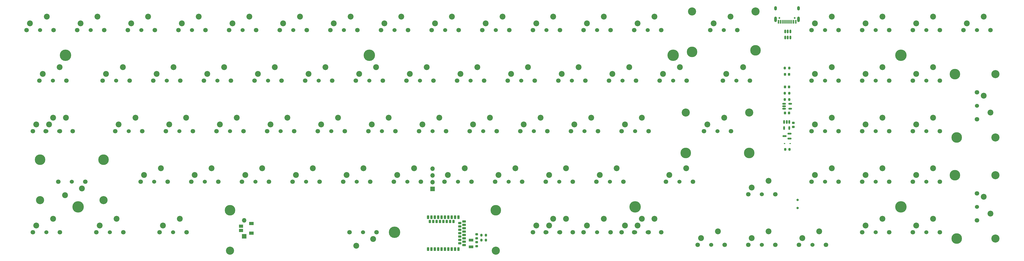
<source format=gbr>
%TF.GenerationSoftware,KiCad,Pcbnew,(6.0.0-rc1-172-gb8b8c0d34c)*%
%TF.CreationDate,2021-12-06T22:24:08-07:00*%
%TF.ProjectId,Z18,5a31382e-6b69-4636-9164-5f7063625858,rev?*%
%TF.SameCoordinates,PX17f2fb4PY122ae10*%
%TF.FileFunction,Soldermask,Top*%
%TF.FilePolarity,Negative*%
%FSLAX46Y46*%
G04 Gerber Fmt 4.6, Leading zero omitted, Abs format (unit mm)*
G04 Created by KiCad (PCBNEW (6.0.0-rc1-172-gb8b8c0d34c)) date 2021-12-06 22:24:08*
%MOMM*%
%LPD*%
G01*
G04 APERTURE LIST*
G04 Aperture macros list*
%AMRoundRect*
0 Rectangle with rounded corners*
0 $1 Rounding radius*
0 $2 $3 $4 $5 $6 $7 $8 $9 X,Y pos of 4 corners*
0 Add a 4 corners polygon primitive as box body*
4,1,4,$2,$3,$4,$5,$6,$7,$8,$9,$2,$3,0*
0 Add four circle primitives for the rounded corners*
1,1,$1+$1,$2,$3*
1,1,$1+$1,$4,$5*
1,1,$1+$1,$6,$7*
1,1,$1+$1,$8,$9*
0 Add four rect primitives between the rounded corners*
20,1,$1+$1,$2,$3,$4,$5,0*
20,1,$1+$1,$4,$5,$6,$7,0*
20,1,$1+$1,$6,$7,$8,$9,0*
20,1,$1+$1,$8,$9,$2,$3,0*%
G04 Aperture macros list end*
%ADD10C,1.700000*%
%ADD11C,1.524000*%
%ADD12C,2.200000*%
%ADD13C,4.300000*%
%ADD14RoundRect,0.200000X0.200000X0.275000X-0.200000X0.275000X-0.200000X-0.275000X0.200000X-0.275000X0*%
%ADD15RoundRect,0.150000X0.150000X-0.512500X0.150000X0.512500X-0.150000X0.512500X-0.150000X-0.512500X0*%
%ADD16RoundRect,0.225000X0.225000X0.250000X-0.225000X0.250000X-0.225000X-0.250000X0.225000X-0.250000X0*%
%ADD17C,3.987800*%
%ADD18C,3.048000*%
%ADD19R,1.800000X1.000000*%
%ADD20RoundRect,0.218750X0.218750X0.256250X-0.218750X0.256250X-0.218750X-0.256250X0.218750X-0.256250X0*%
%ADD21R,1.700000X1.700000*%
%ADD22O,1.700000X1.700000*%
%ADD23RoundRect,0.150000X-0.150000X0.512500X-0.150000X-0.512500X0.150000X-0.512500X0.150000X0.512500X0*%
%ADD24RoundRect,0.150000X-0.512500X-0.150000X0.512500X-0.150000X0.512500X0.150000X-0.512500X0.150000X0*%
%ADD25RoundRect,0.100000X-0.300000X0.600000X-0.300000X-0.600000X0.300000X-0.600000X0.300000X0.600000X0*%
%ADD26RoundRect,0.100000X-0.600000X-0.300000X0.600000X-0.300000X0.600000X0.300000X-0.600000X0.300000X0*%
%ADD27RoundRect,0.100000X-0.500000X-0.300000X0.500000X-0.300000X0.500000X0.300000X-0.500000X0.300000X0*%
%ADD28RoundRect,0.100000X-0.300000X0.500000X-0.300000X-0.500000X0.300000X-0.500000X0.300000X0.500000X0*%
%ADD29R,1.550000X1.200000*%
%ADD30R,1.800000X1.200000*%
%ADD31R,0.600000X0.450000*%
%ADD32RoundRect,0.200000X-0.200000X-0.275000X0.200000X-0.275000X0.200000X0.275000X-0.200000X0.275000X0*%
%ADD33C,0.650000*%
%ADD34R,0.600000X1.450000*%
%ADD35R,0.300000X1.450000*%
%ADD36O,1.000000X2.100000*%
%ADD37O,1.000000X1.600000*%
%ADD38RoundRect,0.225000X-0.250000X0.225000X-0.250000X-0.225000X0.250000X-0.225000X0.250000X0.225000X0*%
%ADD39RoundRect,0.150000X0.587500X0.150000X-0.587500X0.150000X-0.587500X-0.150000X0.587500X-0.150000X0*%
%ADD40RoundRect,0.225000X0.250000X-0.225000X0.250000X0.225000X-0.250000X0.225000X-0.250000X-0.225000X0*%
%ADD41C,0.900000*%
G04 APERTURE END LIST*
D10*
%TO.C,SW65*%
X209867500Y-66675000D03*
X199707500Y-66675000D03*
D11*
X204787500Y-66675000D03*
D12*
X207327500Y-61595000D03*
X200977500Y-64135000D03*
%TD*%
D13*
%TO.C,H11*%
X133350000Y-19050000D03*
%TD*%
D14*
%TO.C,R7*%
X291450000Y-54525000D03*
X289800000Y-54525000D03*
%TD*%
D10*
%TO.C,SW71*%
X347980000Y-66675000D03*
X337820000Y-66675000D03*
D11*
X342900000Y-66675000D03*
D12*
X345440000Y-61595000D03*
X339090000Y-64135000D03*
%TD*%
D11*
%TO.C,SW35*%
X342900000Y-28575000D03*
D10*
X337820000Y-28575000D03*
X347980000Y-28575000D03*
D12*
X345440000Y-23495000D03*
X339090000Y-26035000D03*
%TD*%
D10*
%TO.C,SW22*%
X81280000Y-28575000D03*
D11*
X76200000Y-28575000D03*
D10*
X71120000Y-28575000D03*
D12*
X78740000Y-23495000D03*
X72390000Y-26035000D03*
%TD*%
D14*
%TO.C,R2*%
X177212500Y-88675000D03*
X175562500Y-88675000D03*
%TD*%
%TO.C,R4*%
X291337500Y-35718750D03*
X289687500Y-35718750D03*
%TD*%
D15*
%TO.C,U4*%
X289848222Y-12313500D03*
X290798222Y-12313500D03*
X291748222Y-12313500D03*
X291748222Y-10038500D03*
X290798222Y-10038500D03*
X289848222Y-10038500D03*
%TD*%
D16*
%TO.C,C3*%
X291287500Y-40798750D03*
X289737500Y-40798750D03*
%TD*%
D10*
%TO.C,SW2*%
X33655000Y-9525000D03*
X23495000Y-9525000D03*
D11*
X28575000Y-9525000D03*
D12*
X31115000Y-4445000D03*
X24765000Y-6985000D03*
%TD*%
D10*
%TO.C,SW77*%
X205105000Y-85725000D03*
X194945000Y-85725000D03*
D11*
X200025000Y-85725000D03*
D12*
X202565000Y-80645000D03*
X196215000Y-83185000D03*
%TD*%
D10*
%TO.C,SW10*%
X175895000Y-9525000D03*
X186055000Y-9525000D03*
D11*
X180975000Y-9525000D03*
D12*
X183515000Y-4445000D03*
X177165000Y-6985000D03*
%TD*%
D10*
%TO.C,SW38*%
X6826250Y-47625000D03*
X16986250Y-47625000D03*
D11*
X11906250Y-47625000D03*
D12*
X14446250Y-42545000D03*
X8096250Y-45085000D03*
%TD*%
D10*
%TO.C,SW70*%
X318770000Y-66675000D03*
X328930000Y-66675000D03*
D11*
X323850000Y-66675000D03*
D12*
X326390000Y-61595000D03*
X320040000Y-64135000D03*
%TD*%
D10*
%TO.C,SW61*%
X123507500Y-66675000D03*
D11*
X128587500Y-66675000D03*
D10*
X133667500Y-66675000D03*
D12*
X131127500Y-61595000D03*
X124777500Y-64135000D03*
%TD*%
D17*
%TO.C,SW56*%
X33369250Y-58420000D03*
X9493250Y-58420000D03*
D11*
X21431250Y-66675000D03*
D18*
X33369250Y-73660000D03*
D10*
X16351250Y-66675000D03*
D18*
X9493250Y-73660000D03*
D10*
X26511250Y-66675000D03*
D12*
X18891250Y-71755000D03*
X25241250Y-69215000D03*
%TD*%
D10*
%TO.C,SW66*%
X218757500Y-66675000D03*
D11*
X223837500Y-66675000D03*
D10*
X228917500Y-66675000D03*
D12*
X226377500Y-61595000D03*
X220027500Y-64135000D03*
%TD*%
D10*
%TO.C,SW55*%
X337820000Y-47625000D03*
D11*
X342900000Y-47625000D03*
D10*
X347980000Y-47625000D03*
D12*
X345440000Y-42545000D03*
X339090000Y-45085000D03*
%TD*%
D11*
%TO.C,SW28*%
X190500000Y-28575000D03*
D10*
X185420000Y-28575000D03*
X195580000Y-28575000D03*
D12*
X193040000Y-23495000D03*
X186690000Y-26035000D03*
%TD*%
D10*
%TO.C,SW9*%
X167005000Y-9525000D03*
X156845000Y-9525000D03*
D11*
X161925000Y-9525000D03*
D12*
X164465000Y-4445000D03*
X158115000Y-6985000D03*
%TD*%
D10*
%TO.C,SW45*%
X143192500Y-47625000D03*
D11*
X138112500Y-47625000D03*
D10*
X133032500Y-47625000D03*
D12*
X140652500Y-42545000D03*
X134302500Y-45085000D03*
%TD*%
D10*
%TO.C,SW63*%
X161607500Y-66675000D03*
X171767500Y-66675000D03*
D11*
X166687500Y-66675000D03*
D12*
X169227500Y-61595000D03*
X162877500Y-64135000D03*
%TD*%
D10*
%TO.C,SW29*%
X204470000Y-28575000D03*
X214630000Y-28575000D03*
D11*
X209550000Y-28575000D03*
D12*
X212090000Y-23495000D03*
X205740000Y-26035000D03*
%TD*%
D10*
%TO.C,SW17*%
X337820000Y-9525000D03*
X347980000Y-9525000D03*
D11*
X342900000Y-9525000D03*
D12*
X345440000Y-4445000D03*
X339090000Y-6985000D03*
%TD*%
D11*
%TO.C,SW3*%
X47625000Y-9525000D03*
D10*
X42545000Y-9525000D03*
X52705000Y-9525000D03*
D12*
X50165000Y-4445000D03*
X43815000Y-6985000D03*
%TD*%
D10*
%TO.C,SW69*%
X309880000Y-66675000D03*
X299720000Y-66675000D03*
D11*
X304800000Y-66675000D03*
D12*
X307340000Y-61595000D03*
X300990000Y-64135000D03*
%TD*%
D19*
%TO.C,Y1*%
X171640500Y-88729500D03*
X171640500Y-91229500D03*
%TD*%
D10*
%TO.C,SW11*%
X194945000Y-9525000D03*
D11*
X200025000Y-9525000D03*
D10*
X205105000Y-9525000D03*
D12*
X202565000Y-4445000D03*
X196215000Y-6985000D03*
%TD*%
D20*
%TO.C,D86*%
X291300000Y-26193750D03*
X289725000Y-26193750D03*
%TD*%
D11*
%TO.C,SW47*%
X176212500Y-47625000D03*
D10*
X181292500Y-47625000D03*
X171132500Y-47625000D03*
D12*
X178752500Y-42545000D03*
X172402500Y-45085000D03*
%TD*%
D11*
%TO.C,SW33*%
X304800000Y-28575000D03*
D10*
X299720000Y-28575000D03*
X309880000Y-28575000D03*
D12*
X307340000Y-23495000D03*
X300990000Y-26035000D03*
%TD*%
D21*
%TO.C,J5*%
X157162500Y-69373750D03*
D22*
X157162500Y-66833750D03*
X157162500Y-64293750D03*
X157162500Y-61753750D03*
%TD*%
D21*
%TO.C,J3*%
X86264722Y-87264500D03*
D22*
X86264722Y-81264500D03*
%TD*%
D23*
%TO.C,U3*%
X291343750Y-44143750D03*
X290393750Y-44143750D03*
X289443750Y-44143750D03*
X289443750Y-46418750D03*
X291343750Y-46418750D03*
%TD*%
D10*
%TO.C,SW68*%
X275907500Y-71437500D03*
D11*
X280987500Y-71437500D03*
D10*
X286067500Y-71437500D03*
D12*
X283527500Y-66357500D03*
X277177500Y-68897500D03*
%TD*%
D10*
%TO.C,SW42*%
X86042500Y-47625000D03*
X75882500Y-47625000D03*
D11*
X80962500Y-47625000D03*
D12*
X83502500Y-42545000D03*
X77152500Y-45085000D03*
%TD*%
D24*
%TO.C,U1*%
X289375000Y-37308750D03*
X289375000Y-38258750D03*
X289375000Y-39208750D03*
X291650000Y-39208750D03*
X291650000Y-37308750D03*
%TD*%
D10*
%TO.C,SW84*%
X337820000Y-85725000D03*
X347980000Y-85725000D03*
D11*
X342900000Y-85725000D03*
D12*
X345440000Y-80645000D03*
X339090000Y-83185000D03*
%TD*%
D10*
%TO.C,SW67*%
X255111250Y-66675000D03*
D11*
X250031250Y-66675000D03*
D10*
X244951250Y-66675000D03*
D12*
X252571250Y-61595000D03*
X246221250Y-64135000D03*
%TD*%
D25*
%TO.C,U2*%
X155466222Y-92106000D03*
X156736222Y-92106000D03*
X158006222Y-92106000D03*
X159276222Y-92106000D03*
X160546222Y-92106000D03*
X161816222Y-92106000D03*
X163086222Y-92106000D03*
X164356222Y-92106000D03*
X165626222Y-92106000D03*
X166896222Y-92106000D03*
D26*
X168996222Y-90546000D03*
D27*
X167396222Y-89916000D03*
D26*
X168996222Y-89276000D03*
D27*
X167396222Y-88646000D03*
D26*
X168996222Y-88006000D03*
D27*
X167396222Y-87376000D03*
D26*
X168996222Y-86736000D03*
D27*
X167396222Y-86106000D03*
D26*
X168996222Y-85466000D03*
D27*
X167396222Y-84836000D03*
D26*
X168996222Y-84196000D03*
D27*
X167396222Y-83566000D03*
D26*
X168996222Y-82926000D03*
D27*
X167396222Y-82296000D03*
D26*
X168996222Y-81656000D03*
D25*
X166896222Y-80106000D03*
X165626222Y-80106000D03*
D28*
X164991222Y-81706000D03*
D25*
X164356222Y-80106000D03*
D28*
X163721222Y-81706000D03*
D25*
X163086222Y-80106000D03*
D28*
X162451222Y-81706000D03*
D25*
X161816222Y-80106000D03*
D28*
X161181222Y-81706000D03*
D25*
X160546222Y-80106000D03*
D28*
X159911222Y-81706000D03*
D25*
X159276222Y-80106000D03*
D28*
X158641222Y-81706000D03*
D25*
X158006222Y-80106000D03*
D28*
X157371222Y-81706000D03*
D25*
X156736222Y-80106000D03*
D28*
X156101222Y-81706000D03*
D25*
X155466222Y-80106000D03*
%TD*%
D20*
%TO.C,D83*%
X291300000Y-30956250D03*
X289725000Y-30956250D03*
%TD*%
D13*
%TO.C,H3*%
X142875000Y-85725000D03*
%TD*%
D29*
%TO.C,J2*%
X85083500Y-85064500D03*
X85083500Y-83464500D03*
D30*
X88958500Y-86064500D03*
X88958500Y-82464500D03*
%TD*%
D13*
%TO.C,H5*%
X333375000Y-76200000D03*
%TD*%
D31*
%TO.C,D85*%
X289575000Y-52325000D03*
X291675000Y-52325000D03*
%TD*%
D10*
%TO.C,SW19*%
X9207500Y-28575000D03*
D11*
X14287500Y-28575000D03*
D10*
X19367500Y-28575000D03*
D12*
X16827500Y-23495000D03*
X10477500Y-26035000D03*
%TD*%
D10*
%TO.C,SW18*%
X367030000Y-9525000D03*
X356870000Y-9525000D03*
D11*
X361950000Y-9525000D03*
D12*
X364490000Y-4445000D03*
X358140000Y-6985000D03*
%TD*%
D14*
%TO.C,R9*%
X291337500Y-23812500D03*
X289687500Y-23812500D03*
%TD*%
D11*
%TO.C,SW76*%
X130968750Y-85725000D03*
D18*
X80968750Y-92710000D03*
D10*
X125888750Y-85725000D03*
D18*
X180968750Y-92710000D03*
D17*
X180968750Y-77470000D03*
D10*
X136048750Y-85725000D03*
D17*
X80968750Y-77470000D03*
D12*
X128428750Y-90805000D03*
X134778750Y-88265000D03*
%TD*%
D32*
%TO.C,R3*%
X175562500Y-86875000D03*
X177212500Y-86875000D03*
%TD*%
D33*
%TO.C,J4*%
X293402472Y-4981250D03*
X287622472Y-4981250D03*
D34*
X293762472Y-6426250D03*
X292962472Y-6426250D03*
D35*
X291762472Y-6426250D03*
X290762472Y-6426250D03*
X290262472Y-6426250D03*
X289262472Y-6426250D03*
D34*
X288062472Y-6426250D03*
X287262472Y-6426250D03*
X287262472Y-6426250D03*
X288062472Y-6426250D03*
D35*
X288762472Y-6426250D03*
X289762472Y-6426250D03*
X291262472Y-6426250D03*
X292262472Y-6426250D03*
D34*
X292962472Y-6426250D03*
X293762472Y-6426250D03*
D36*
X286192472Y-5511250D03*
D37*
X286192472Y-1331250D03*
D36*
X294832472Y-5511250D03*
D37*
X294832472Y-1331250D03*
%TD*%
D10*
%TO.C,SW23*%
X90170000Y-28575000D03*
X100330000Y-28575000D03*
D11*
X95250000Y-28575000D03*
D12*
X97790000Y-23495000D03*
X91440000Y-26035000D03*
%TD*%
D10*
%TO.C,SW85*%
X228282500Y-85725000D03*
X238442500Y-85725000D03*
D11*
X233362500Y-85725000D03*
D12*
X235902500Y-80645000D03*
X229552500Y-83185000D03*
%TD*%
D14*
%TO.C,R1*%
X291337500Y-33337500D03*
X289687500Y-33337500D03*
%TD*%
D10*
%TO.C,SW80*%
X267017500Y-90487500D03*
D11*
X261937500Y-90487500D03*
D10*
X256857500Y-90487500D03*
D12*
X264477500Y-85407500D03*
X258127500Y-87947500D03*
%TD*%
D38*
%TO.C,C1*%
X173787500Y-86475000D03*
X173787500Y-88025000D03*
%TD*%
D11*
%TO.C,SW44*%
X119062500Y-47625000D03*
D10*
X124142500Y-47625000D03*
X113982500Y-47625000D03*
D12*
X121602500Y-42545000D03*
X115252500Y-45085000D03*
%TD*%
D11*
%TO.C,SW16*%
X323850000Y-9525000D03*
D10*
X328930000Y-9525000D03*
X318770000Y-9525000D03*
D12*
X326390000Y-4445000D03*
X320040000Y-6985000D03*
%TD*%
D10*
%TO.C,SW43*%
X94932500Y-47625000D03*
D11*
X100012500Y-47625000D03*
D10*
X105092500Y-47625000D03*
D12*
X102552500Y-42545000D03*
X96202500Y-45085000D03*
%TD*%
D13*
%TO.C,H13*%
X233362500Y-76200000D03*
%TD*%
D10*
%TO.C,SW4*%
X61595000Y-9525000D03*
D11*
X66675000Y-9525000D03*
D10*
X71755000Y-9525000D03*
D12*
X69215000Y-4445000D03*
X62865000Y-6985000D03*
%TD*%
D13*
%TO.C,H1*%
X247650000Y-19050000D03*
%TD*%
D11*
%TO.C,SW82*%
X300037500Y-90487500D03*
D10*
X294957500Y-90487500D03*
X305117500Y-90487500D03*
D12*
X302577500Y-85407500D03*
X296227500Y-87947500D03*
%TD*%
D10*
%TO.C,SW62*%
X152717500Y-66675000D03*
X142557500Y-66675000D03*
D11*
X147637500Y-66675000D03*
D12*
X150177500Y-61595000D03*
X143827500Y-64135000D03*
%TD*%
D10*
%TO.C,SW50*%
X228282500Y-47625000D03*
X238442500Y-47625000D03*
D11*
X233362500Y-47625000D03*
D12*
X235902500Y-42545000D03*
X229552500Y-45085000D03*
%TD*%
D11*
%TO.C,SW21*%
X57150000Y-28575000D03*
D10*
X62230000Y-28575000D03*
X52070000Y-28575000D03*
D12*
X59690000Y-23495000D03*
X53340000Y-26035000D03*
%TD*%
D10*
%TO.C,SW73*%
X6826250Y-85725000D03*
D11*
X11906250Y-85725000D03*
D10*
X16986250Y-85725000D03*
D12*
X14446250Y-80645000D03*
X8096250Y-83185000D03*
%TD*%
D10*
%TO.C,SW20*%
X43180000Y-28575000D03*
X33020000Y-28575000D03*
D11*
X38100000Y-28575000D03*
D12*
X40640000Y-23495000D03*
X34290000Y-26035000D03*
%TD*%
D10*
%TO.C,SW5*%
X90805000Y-9525000D03*
D11*
X85725000Y-9525000D03*
D10*
X80645000Y-9525000D03*
D12*
X88265000Y-4445000D03*
X81915000Y-6985000D03*
%TD*%
D11*
%TO.C,SW36*%
X361950000Y-38100000D03*
D17*
X354330000Y-50038000D03*
D10*
X361950000Y-33020000D03*
D17*
X353695000Y-26162000D03*
D18*
X368935000Y-50038000D03*
D10*
X361950000Y-43180000D03*
D18*
X368935000Y-26162000D03*
D12*
X367030000Y-40640000D03*
X364490000Y-34290000D03*
%TD*%
D10*
%TO.C,SW1*%
X4445000Y-9525000D03*
X14605000Y-9525000D03*
D11*
X9525000Y-9525000D03*
D12*
X12065000Y-4445000D03*
X5715000Y-6985000D03*
%TD*%
D10*
%TO.C,SW27*%
X166370000Y-28575000D03*
X176530000Y-28575000D03*
D11*
X171450000Y-28575000D03*
D12*
X173990000Y-23495000D03*
X167640000Y-26035000D03*
%TD*%
D10*
%TO.C,SW8*%
X137795000Y-9525000D03*
D11*
X142875000Y-9525000D03*
D10*
X147955000Y-9525000D03*
D12*
X145415000Y-4445000D03*
X139065000Y-6985000D03*
%TD*%
D10*
%TO.C,SW6*%
X109855000Y-9525000D03*
X99695000Y-9525000D03*
D11*
X104775000Y-9525000D03*
D12*
X107315000Y-4445000D03*
X100965000Y-6985000D03*
%TD*%
D10*
%TO.C,SW41*%
X56832500Y-47625000D03*
X66992500Y-47625000D03*
D11*
X61912500Y-47625000D03*
D12*
X64452500Y-42545000D03*
X58102500Y-45085000D03*
%TD*%
D10*
%TO.C,SW52*%
X259238750Y-47625000D03*
X269398750Y-47625000D03*
D18*
X276256750Y-40640000D03*
X252380750Y-40640000D03*
D17*
X252380750Y-55880000D03*
X276256750Y-55880000D03*
D11*
X264318750Y-47625000D03*
D12*
X266858750Y-42545000D03*
X260508750Y-45085000D03*
%TD*%
D10*
%TO.C,SW57*%
X47307500Y-66675000D03*
X57467500Y-66675000D03*
D11*
X52387500Y-66675000D03*
D12*
X54927500Y-61595000D03*
X48577500Y-64135000D03*
%TD*%
D13*
%TO.C,H9*%
X19050000Y-19050000D03*
%TD*%
D10*
%TO.C,SW54*%
X328930000Y-47625000D03*
D11*
X323850000Y-47625000D03*
D10*
X318770000Y-47625000D03*
D12*
X326390000Y-42545000D03*
X320040000Y-45085000D03*
%TD*%
D13*
%TO.C,H7*%
X23812500Y-76200000D03*
%TD*%
D10*
%TO.C,SW75*%
X54451250Y-85725000D03*
X64611250Y-85725000D03*
D11*
X59531250Y-85725000D03*
D12*
X62071250Y-80645000D03*
X55721250Y-83185000D03*
%TD*%
D39*
%TO.C,Q1*%
X291449997Y-50475000D03*
X291449997Y-48575000D03*
X289574997Y-49525000D03*
%TD*%
D10*
%TO.C,SW13*%
X233045000Y-9525000D03*
D11*
X238125000Y-9525000D03*
D10*
X243205000Y-9525000D03*
D12*
X240665000Y-4445000D03*
X234315000Y-6985000D03*
%TD*%
D10*
%TO.C,SW24*%
X109220000Y-28575000D03*
D11*
X114300000Y-28575000D03*
D10*
X119380000Y-28575000D03*
D12*
X116840000Y-23495000D03*
X110490000Y-26035000D03*
%TD*%
D10*
%TO.C,SW32*%
X276542500Y-28575000D03*
D11*
X271462500Y-28575000D03*
D10*
X266382500Y-28575000D03*
D12*
X274002500Y-23495000D03*
X267652500Y-26035000D03*
%TD*%
D11*
%TO.C,SW74*%
X35718750Y-85725000D03*
D10*
X40798750Y-85725000D03*
X30638750Y-85725000D03*
D12*
X38258750Y-80645000D03*
X31908750Y-83185000D03*
%TD*%
D17*
%TO.C,SW72*%
X354330000Y-88138000D03*
X353695000Y-64262000D03*
D10*
X361950000Y-71120000D03*
D18*
X368935000Y-88138000D03*
D10*
X361950000Y-81280000D03*
D18*
X368935000Y-64262000D03*
D11*
X361950000Y-76200000D03*
D12*
X367030000Y-78740000D03*
X364490000Y-72390000D03*
%TD*%
D11*
%TO.C,SW30*%
X228600000Y-28575000D03*
D10*
X223520000Y-28575000D03*
X233680000Y-28575000D03*
D12*
X231140000Y-23495000D03*
X224790000Y-26035000D03*
%TD*%
D10*
%TO.C,SW7*%
X118745000Y-9525000D03*
D11*
X123825000Y-9525000D03*
D10*
X128905000Y-9525000D03*
D12*
X126365000Y-4445000D03*
X120015000Y-6985000D03*
%TD*%
D10*
%TO.C,SW26*%
X157480000Y-28575000D03*
X147320000Y-28575000D03*
D11*
X152400000Y-28575000D03*
D12*
X154940000Y-23495000D03*
X148590000Y-26035000D03*
%TD*%
D10*
%TO.C,SW79*%
X233045000Y-85725000D03*
X243205000Y-85725000D03*
D11*
X238125000Y-85725000D03*
D12*
X240665000Y-80645000D03*
X234315000Y-83185000D03*
%TD*%
D40*
%TO.C,C4*%
X292893750Y-46018750D03*
X292893750Y-44468750D03*
%TD*%
D10*
%TO.C,SW12*%
X224155000Y-9525000D03*
D11*
X219075000Y-9525000D03*
D10*
X213995000Y-9525000D03*
D12*
X221615000Y-4445000D03*
X215265000Y-6985000D03*
%TD*%
D38*
%TO.C,C2*%
X173787500Y-89475000D03*
X173787500Y-91025000D03*
%TD*%
D10*
%TO.C,SW78*%
X224155000Y-85725000D03*
D11*
X219075000Y-85725000D03*
D10*
X213995000Y-85725000D03*
D12*
X221615000Y-80645000D03*
X215265000Y-83185000D03*
%TD*%
D11*
%TO.C,SW58*%
X71437500Y-66675000D03*
D10*
X66357500Y-66675000D03*
X76517500Y-66675000D03*
D12*
X73977500Y-61595000D03*
X67627500Y-64135000D03*
%TD*%
D11*
%TO.C,SW31*%
X247650000Y-28575000D03*
D10*
X252730000Y-28575000D03*
X242570000Y-28575000D03*
D12*
X250190000Y-23495000D03*
X243840000Y-26035000D03*
%TD*%
D11*
%TO.C,SW60*%
X109537500Y-66675000D03*
D10*
X104457500Y-66675000D03*
X114617500Y-66675000D03*
D12*
X112077500Y-61595000D03*
X105727500Y-64135000D03*
%TD*%
D13*
%TO.C,H10*%
X333375000Y-19050000D03*
%TD*%
D10*
%TO.C,SW34*%
X328930000Y-28575000D03*
X318770000Y-28575000D03*
D11*
X323850000Y-28575000D03*
D12*
X326390000Y-23495000D03*
X320040000Y-26035000D03*
%TD*%
D10*
%TO.C,SW46*%
X162242500Y-47625000D03*
D11*
X157162500Y-47625000D03*
D10*
X152082500Y-47625000D03*
D12*
X159702500Y-42545000D03*
X153352500Y-45085000D03*
%TD*%
D10*
%TO.C,SW48*%
X200342500Y-47625000D03*
X190182500Y-47625000D03*
D11*
X195262500Y-47625000D03*
D12*
X197802500Y-42545000D03*
X191452500Y-45085000D03*
%TD*%
D10*
%TO.C,SW25*%
X128270000Y-28575000D03*
D11*
X133350000Y-28575000D03*
D10*
X138430000Y-28575000D03*
D12*
X135890000Y-23495000D03*
X129540000Y-26035000D03*
%TD*%
D10*
%TO.C,SW64*%
X190817500Y-66675000D03*
X180657500Y-66675000D03*
D11*
X185737500Y-66675000D03*
D12*
X188277500Y-61595000D03*
X181927500Y-64135000D03*
%TD*%
D10*
%TO.C,SW15*%
X299720000Y-9525000D03*
D11*
X304800000Y-9525000D03*
D10*
X309880000Y-9525000D03*
D12*
X307340000Y-4445000D03*
X300990000Y-6985000D03*
%TD*%
D10*
%TO.C,SW81*%
X275907500Y-90487500D03*
D11*
X280987500Y-90487500D03*
D10*
X286067500Y-90487500D03*
D12*
X283527500Y-85407500D03*
X277177500Y-87947500D03*
%TD*%
D10*
%TO.C,SW53*%
X299720000Y-47625000D03*
X309880000Y-47625000D03*
D11*
X304800000Y-47625000D03*
D12*
X307340000Y-42545000D03*
X300990000Y-45085000D03*
%TD*%
D10*
%TO.C,SW89*%
X209867500Y-85725000D03*
X199707500Y-85725000D03*
D11*
X204787500Y-85725000D03*
D12*
X207327500Y-80645000D03*
X200977500Y-83185000D03*
%TD*%
D10*
%TO.C,SW83*%
X328930000Y-85725000D03*
D11*
X323850000Y-85725000D03*
D10*
X318770000Y-85725000D03*
D12*
X326390000Y-80645000D03*
X320040000Y-83185000D03*
%TD*%
D11*
%TO.C,SW39*%
X16668750Y-47625000D03*
D10*
X21748750Y-47625000D03*
X11588750Y-47625000D03*
D12*
X19208750Y-42545000D03*
X12858750Y-45085000D03*
%TD*%
D17*
%TO.C,SW14*%
X254762000Y-17780000D03*
D11*
X266700000Y-9525000D03*
D10*
X271780000Y-9525000D03*
X261620000Y-9525000D03*
D18*
X254762000Y-2540000D03*
X278638000Y-2540000D03*
D17*
X278638000Y-17145000D03*
D12*
X269240000Y-4445000D03*
X262890000Y-6985000D03*
%TD*%
D11*
%TO.C,SW40*%
X42862500Y-47625000D03*
D10*
X47942500Y-47625000D03*
X37782500Y-47625000D03*
D12*
X45402500Y-42545000D03*
X39052500Y-45085000D03*
%TD*%
D11*
%TO.C,SW59*%
X90487500Y-66675000D03*
D10*
X95567500Y-66675000D03*
X85407500Y-66675000D03*
D12*
X93027500Y-61595000D03*
X86677500Y-64135000D03*
%TD*%
D10*
%TO.C,SW49*%
X209232500Y-47625000D03*
X219392500Y-47625000D03*
D11*
X214312500Y-47625000D03*
D12*
X216852500Y-42545000D03*
X210502500Y-45085000D03*
%TD*%
D41*
%TO.C,BATT1*%
X294470997Y-73588750D03*
X294470997Y-76588750D03*
%TD*%
M02*

</source>
